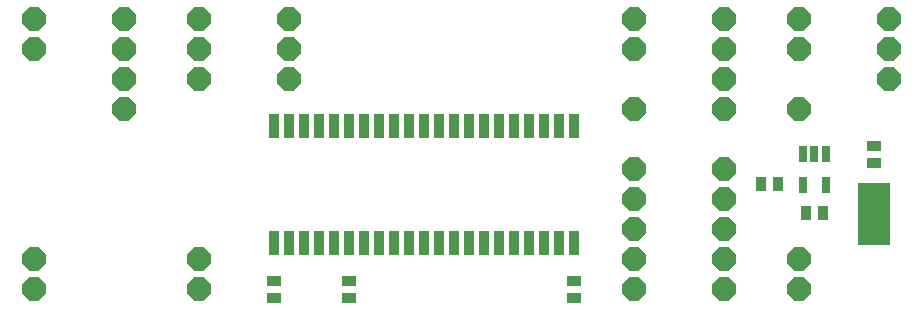
<source format=gts>
G75*
%MOIN*%
%OFA0B0*%
%FSLAX25Y25*%
%IPPOS*%
%LPD*%
%AMOC8*
5,1,8,0,0,1.08239X$1,22.5*
%
%ADD10R,0.03356X0.08277*%
%ADD11OC8,0.07687*%
%ADD12R,0.10600X0.20600*%
%ADD13R,0.04537X0.03356*%
%ADD14R,0.02765X0.05324*%
%ADD15R,0.03356X0.04537*%
D10*
X0092200Y0027712D03*
X0097200Y0027712D03*
X0102200Y0027712D03*
X0107200Y0027712D03*
X0112200Y0027712D03*
X0117200Y0027712D03*
X0122200Y0027712D03*
X0127200Y0027712D03*
X0132200Y0027712D03*
X0137200Y0027712D03*
X0142200Y0027712D03*
X0147200Y0027712D03*
X0152200Y0027712D03*
X0157200Y0027712D03*
X0162200Y0027712D03*
X0167200Y0027712D03*
X0172200Y0027712D03*
X0177200Y0027712D03*
X0182200Y0027712D03*
X0187200Y0027712D03*
X0192200Y0027712D03*
X0192200Y0066688D03*
X0187200Y0066688D03*
X0182200Y0066688D03*
X0177200Y0066688D03*
X0172200Y0066688D03*
X0167200Y0066688D03*
X0162200Y0066688D03*
X0157200Y0066688D03*
X0152200Y0066688D03*
X0147200Y0066688D03*
X0142200Y0066688D03*
X0137200Y0066688D03*
X0132200Y0066688D03*
X0127200Y0066688D03*
X0122200Y0066688D03*
X0117200Y0066688D03*
X0112200Y0066688D03*
X0107200Y0066688D03*
X0102200Y0066688D03*
X0097200Y0066688D03*
X0092200Y0066688D03*
D11*
X0012200Y0012200D03*
X0012200Y0022200D03*
X0067200Y0022200D03*
X0067200Y0012200D03*
X0042200Y0072200D03*
X0042200Y0082200D03*
X0042200Y0092200D03*
X0042200Y0102200D03*
X0067200Y0102200D03*
X0067200Y0092200D03*
X0067200Y0082200D03*
X0097200Y0082200D03*
X0097200Y0092200D03*
X0097200Y0102200D03*
X0012200Y0102200D03*
X0012200Y0092200D03*
X0212200Y0092200D03*
X0212200Y0102200D03*
X0242200Y0102200D03*
X0242200Y0092200D03*
X0242200Y0082200D03*
X0242200Y0072200D03*
X0267200Y0072200D03*
X0297200Y0082200D03*
X0297200Y0092200D03*
X0297200Y0102200D03*
X0267200Y0102200D03*
X0267200Y0092200D03*
X0212200Y0072200D03*
X0212200Y0052200D03*
X0212200Y0042200D03*
X0212200Y0032200D03*
X0212200Y0022200D03*
X0212200Y0012200D03*
X0242200Y0012200D03*
X0242200Y0022200D03*
X0242200Y0032200D03*
X0242200Y0042200D03*
X0242200Y0052200D03*
X0267200Y0022200D03*
X0267200Y0012200D03*
D12*
X0292200Y0037200D03*
D13*
X0292200Y0054444D03*
X0292200Y0059956D03*
X0192200Y0014956D03*
X0192200Y0009444D03*
X0117200Y0009444D03*
X0117200Y0014956D03*
X0092200Y0014956D03*
X0092200Y0009444D03*
D14*
X0268460Y0047082D03*
X0275940Y0047082D03*
X0275940Y0057318D03*
X0272200Y0057318D03*
X0268460Y0057318D03*
D15*
X0259956Y0047200D03*
X0254444Y0047200D03*
X0269444Y0037700D03*
X0274956Y0037700D03*
M02*

</source>
